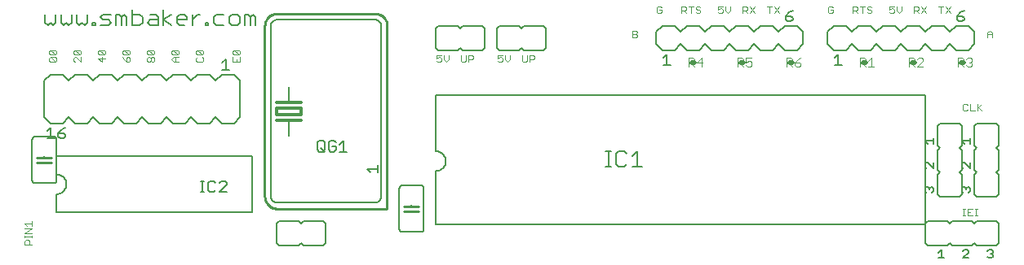
<source format=gto>
G75*
%MOIN*%
%OFA0B0*%
%FSLAX24Y24*%
%IPPOS*%
%LPD*%
%AMOC8*
5,1,8,0,0,1.08239X$1,22.5*
%
%ADD10C,0.0030*%
%ADD11C,0.0060*%
%ADD12C,0.0050*%
%ADD13C,0.0200*%
%ADD14C,0.0040*%
%ADD15C,0.0100*%
%ADD16C,0.0120*%
D10*
X000375Y002195D02*
X000375Y002340D01*
X000423Y002388D01*
X000520Y002388D01*
X000568Y002340D01*
X000568Y002195D01*
X000665Y002195D02*
X000375Y002195D01*
X000375Y002490D02*
X000375Y002586D01*
X000375Y002538D02*
X000665Y002538D01*
X000665Y002490D02*
X000665Y002586D01*
X000665Y002686D02*
X000375Y002686D01*
X000665Y002880D01*
X000375Y002880D01*
X000472Y002981D02*
X000375Y003077D01*
X000665Y003077D01*
X000665Y002981D02*
X000665Y003174D01*
X001423Y009695D02*
X001375Y009743D01*
X001375Y009840D01*
X001423Y009888D01*
X001617Y009695D01*
X001665Y009743D01*
X001665Y009840D01*
X001617Y009888D01*
X001423Y009888D01*
X001423Y009990D02*
X001375Y010038D01*
X001375Y010135D01*
X001423Y010183D01*
X001617Y009990D01*
X001665Y010038D01*
X001665Y010135D01*
X001617Y010183D01*
X001423Y010183D01*
X001423Y009990D02*
X001617Y009990D01*
X001617Y009695D02*
X001423Y009695D01*
X002375Y009743D02*
X002423Y009695D01*
X002375Y009743D02*
X002375Y009840D01*
X002423Y009888D01*
X002472Y009888D01*
X002665Y009695D01*
X002665Y009888D01*
X002617Y009990D02*
X002423Y010183D01*
X002617Y010183D01*
X002665Y010135D01*
X002665Y010038D01*
X002617Y009990D01*
X002423Y009990D01*
X002375Y010038D01*
X002375Y010135D01*
X002423Y010183D01*
X003375Y010135D02*
X003423Y010183D01*
X003617Y009990D01*
X003665Y010038D01*
X003665Y010135D01*
X003617Y010183D01*
X003423Y010183D01*
X003375Y010135D02*
X003375Y010038D01*
X003423Y009990D01*
X003617Y009990D01*
X003520Y009888D02*
X003520Y009695D01*
X003375Y009840D01*
X003665Y009840D01*
X004375Y009888D02*
X004423Y009792D01*
X004520Y009695D01*
X004520Y009840D01*
X004568Y009888D01*
X004617Y009888D01*
X004665Y009840D01*
X004665Y009743D01*
X004617Y009695D01*
X004520Y009695D01*
X004617Y009990D02*
X004423Y009990D01*
X004375Y010038D01*
X004375Y010135D01*
X004423Y010183D01*
X004617Y009990D01*
X004665Y010038D01*
X004665Y010135D01*
X004617Y010183D01*
X004423Y010183D01*
X005375Y010135D02*
X005423Y010183D01*
X005617Y009990D01*
X005665Y010038D01*
X005665Y010135D01*
X005617Y010183D01*
X005423Y010183D01*
X005375Y010135D02*
X005375Y010038D01*
X005423Y009990D01*
X005617Y009990D01*
X005617Y009888D02*
X005665Y009840D01*
X005665Y009743D01*
X005617Y009695D01*
X005568Y009695D01*
X005520Y009743D01*
X005520Y009840D01*
X005568Y009888D01*
X005617Y009888D01*
X005520Y009840D02*
X005472Y009888D01*
X005423Y009888D01*
X005375Y009840D01*
X005375Y009743D01*
X005423Y009695D01*
X005472Y009695D01*
X005520Y009743D01*
X006375Y009792D02*
X006472Y009888D01*
X006665Y009888D01*
X006617Y009990D02*
X006423Y010183D01*
X006617Y010183D01*
X006665Y010135D01*
X006665Y010038D01*
X006617Y009990D01*
X006423Y009990D01*
X006375Y010038D01*
X006375Y010135D01*
X006423Y010183D01*
X006520Y009888D02*
X006520Y009695D01*
X006472Y009695D02*
X006375Y009792D01*
X006472Y009695D02*
X006665Y009695D01*
X007375Y009743D02*
X007423Y009695D01*
X007617Y009695D01*
X007665Y009743D01*
X007665Y009840D01*
X007617Y009888D01*
X007617Y009990D02*
X007423Y010183D01*
X007617Y010183D01*
X007665Y010135D01*
X007665Y010038D01*
X007617Y009990D01*
X007423Y009990D01*
X007375Y010038D01*
X007375Y010135D01*
X007423Y010183D01*
X007423Y009888D02*
X007375Y009840D01*
X007375Y009743D01*
X008875Y009695D02*
X009165Y009695D01*
X009165Y009888D01*
X009117Y009990D02*
X008923Y010183D01*
X009117Y010183D01*
X009165Y010135D01*
X009165Y010038D01*
X009117Y009990D01*
X008923Y009990D01*
X008875Y010038D01*
X008875Y010135D01*
X008923Y010183D01*
X008875Y009888D02*
X008875Y009695D01*
X009020Y009695D02*
X009020Y009792D01*
X017195Y009840D02*
X017292Y009888D01*
X017340Y009888D01*
X017388Y009840D01*
X017388Y009743D01*
X017340Y009695D01*
X017243Y009695D01*
X017195Y009743D01*
X017195Y009840D02*
X017195Y009985D01*
X017388Y009985D01*
X017490Y009985D02*
X017490Y009792D01*
X017586Y009695D01*
X017683Y009792D01*
X017683Y009985D01*
X018195Y009985D02*
X018195Y009743D01*
X018243Y009695D01*
X018340Y009695D01*
X018388Y009743D01*
X018388Y009985D01*
X018490Y009985D02*
X018635Y009985D01*
X018683Y009937D01*
X018683Y009840D01*
X018635Y009792D01*
X018490Y009792D01*
X018490Y009695D02*
X018490Y009985D01*
X019695Y009985D02*
X019695Y009840D01*
X019792Y009888D01*
X019840Y009888D01*
X019888Y009840D01*
X019888Y009743D01*
X019840Y009695D01*
X019743Y009695D01*
X019695Y009743D01*
X019990Y009792D02*
X020086Y009695D01*
X020183Y009792D01*
X020183Y009985D01*
X019990Y009985D02*
X019990Y009792D01*
X019888Y009985D02*
X019695Y009985D01*
X020695Y009985D02*
X020695Y009743D01*
X020743Y009695D01*
X020840Y009695D01*
X020888Y009743D01*
X020888Y009985D01*
X020990Y009985D02*
X021135Y009985D01*
X021183Y009937D01*
X021183Y009840D01*
X021135Y009792D01*
X020990Y009792D01*
X020990Y009695D02*
X020990Y009985D01*
X025195Y010695D02*
X025340Y010695D01*
X025388Y010743D01*
X025388Y010792D01*
X025340Y010840D01*
X025195Y010840D01*
X025195Y010695D02*
X025195Y010985D01*
X025340Y010985D01*
X025388Y010937D01*
X025388Y010888D01*
X025340Y010840D01*
X026243Y011695D02*
X026340Y011695D01*
X026388Y011743D01*
X026388Y011840D01*
X026292Y011840D01*
X026388Y011937D02*
X026340Y011985D01*
X026243Y011985D01*
X026195Y011937D01*
X026195Y011743D01*
X026243Y011695D01*
X027195Y011695D02*
X027195Y011985D01*
X027340Y011985D01*
X027388Y011937D01*
X027388Y011840D01*
X027340Y011792D01*
X027195Y011792D01*
X027292Y011792D02*
X027388Y011695D01*
X027586Y011695D02*
X027586Y011985D01*
X027490Y011985D02*
X027683Y011985D01*
X027784Y011937D02*
X027784Y011888D01*
X027833Y011840D01*
X027929Y011840D01*
X027978Y011792D01*
X027978Y011743D01*
X027929Y011695D01*
X027833Y011695D01*
X027784Y011743D01*
X027784Y011937D02*
X027833Y011985D01*
X027929Y011985D01*
X027978Y011937D01*
X028695Y011985D02*
X028695Y011840D01*
X028792Y011888D01*
X028840Y011888D01*
X028888Y011840D01*
X028888Y011743D01*
X028840Y011695D01*
X028743Y011695D01*
X028695Y011743D01*
X028695Y011985D02*
X028888Y011985D01*
X028990Y011985D02*
X028990Y011792D01*
X029086Y011695D01*
X029183Y011792D01*
X029183Y011985D01*
X029695Y011985D02*
X029840Y011985D01*
X029888Y011937D01*
X029888Y011840D01*
X029840Y011792D01*
X029695Y011792D01*
X029792Y011792D02*
X029888Y011695D01*
X029990Y011695D02*
X030183Y011985D01*
X029990Y011985D02*
X030183Y011695D01*
X029695Y011695D02*
X029695Y011985D01*
X030695Y011985D02*
X030888Y011985D01*
X030792Y011985D02*
X030792Y011695D01*
X030990Y011695D02*
X031183Y011985D01*
X030990Y011985D02*
X031183Y011695D01*
X033195Y011743D02*
X033243Y011695D01*
X033340Y011695D01*
X033388Y011743D01*
X033388Y011840D01*
X033292Y011840D01*
X033388Y011937D02*
X033340Y011985D01*
X033243Y011985D01*
X033195Y011937D01*
X033195Y011743D01*
X034195Y011695D02*
X034195Y011985D01*
X034340Y011985D01*
X034388Y011937D01*
X034388Y011840D01*
X034340Y011792D01*
X034195Y011792D01*
X034292Y011792D02*
X034388Y011695D01*
X034586Y011695D02*
X034586Y011985D01*
X034490Y011985D02*
X034683Y011985D01*
X034784Y011937D02*
X034784Y011888D01*
X034833Y011840D01*
X034929Y011840D01*
X034978Y011792D01*
X034978Y011743D01*
X034929Y011695D01*
X034833Y011695D01*
X034784Y011743D01*
X034784Y011937D02*
X034833Y011985D01*
X034929Y011985D01*
X034978Y011937D01*
X035695Y011985D02*
X035695Y011840D01*
X035792Y011888D01*
X035840Y011888D01*
X035888Y011840D01*
X035888Y011743D01*
X035840Y011695D01*
X035743Y011695D01*
X035695Y011743D01*
X035695Y011985D02*
X035888Y011985D01*
X035990Y011985D02*
X035990Y011792D01*
X036086Y011695D01*
X036183Y011792D01*
X036183Y011985D01*
X036695Y011985D02*
X036840Y011985D01*
X036888Y011937D01*
X036888Y011840D01*
X036840Y011792D01*
X036695Y011792D01*
X036792Y011792D02*
X036888Y011695D01*
X036990Y011695D02*
X037183Y011985D01*
X036990Y011985D02*
X037183Y011695D01*
X037792Y011695D02*
X037792Y011985D01*
X037888Y011985D02*
X037695Y011985D01*
X037990Y011985D02*
X038183Y011695D01*
X037990Y011695D02*
X038183Y011985D01*
X036695Y011985D02*
X036695Y011695D01*
X039695Y010888D02*
X039695Y010695D01*
X039695Y010840D02*
X039888Y010840D01*
X039888Y010888D02*
X039888Y010695D01*
X039888Y010888D02*
X039792Y010985D01*
X039695Y010888D01*
X039478Y007985D02*
X039284Y007792D01*
X039333Y007840D02*
X039478Y007695D01*
X039284Y007695D02*
X039284Y007985D01*
X038990Y007985D02*
X038990Y007695D01*
X039183Y007695D01*
X038888Y007743D02*
X038840Y007695D01*
X038743Y007695D01*
X038695Y007743D01*
X038695Y007937D01*
X038743Y007985D01*
X038840Y007985D01*
X038888Y007937D01*
X038891Y003685D02*
X038891Y003395D01*
X039085Y003395D01*
X039186Y003395D02*
X039283Y003395D01*
X039234Y003395D02*
X039234Y003685D01*
X039186Y003685D02*
X039283Y003685D01*
X039085Y003685D02*
X038891Y003685D01*
X038792Y003685D02*
X038695Y003685D01*
X038743Y003685D02*
X038743Y003395D01*
X038695Y003395D02*
X038792Y003395D01*
X038891Y003540D02*
X038988Y003540D01*
D11*
X039080Y003180D02*
X038280Y003180D01*
X038180Y003080D01*
X038080Y003180D01*
X037280Y003180D01*
X037180Y003080D01*
X037180Y002280D01*
X037280Y002180D01*
X038080Y002180D01*
X038180Y002280D01*
X038280Y002180D01*
X039080Y002180D01*
X039180Y002280D01*
X039280Y002180D01*
X040080Y002180D01*
X040180Y002280D01*
X040180Y003080D01*
X040080Y003180D01*
X039280Y003180D01*
X039180Y003080D01*
X039080Y003180D01*
X037180Y003030D02*
X037180Y008330D01*
X017180Y008330D01*
X017180Y006030D01*
X017219Y006028D01*
X017258Y006022D01*
X017296Y006013D01*
X017333Y006000D01*
X017369Y005983D01*
X017402Y005963D01*
X017434Y005939D01*
X017463Y005913D01*
X017489Y005884D01*
X017513Y005852D01*
X017533Y005819D01*
X017550Y005783D01*
X017563Y005746D01*
X017572Y005708D01*
X017578Y005669D01*
X017580Y005630D01*
X017578Y005591D01*
X017572Y005552D01*
X017563Y005514D01*
X017550Y005477D01*
X017533Y005441D01*
X017513Y005408D01*
X017489Y005376D01*
X017463Y005347D01*
X017434Y005321D01*
X017402Y005297D01*
X017369Y005277D01*
X017333Y005260D01*
X017296Y005247D01*
X017258Y005238D01*
X017219Y005232D01*
X017180Y005230D01*
X017180Y003030D01*
X037180Y003030D01*
X037780Y004180D02*
X038580Y004180D01*
X038680Y004280D01*
X038680Y005080D01*
X038580Y005180D01*
X038680Y005280D01*
X038680Y006080D01*
X038580Y006180D01*
X038680Y006280D01*
X038680Y007080D01*
X038580Y007180D01*
X037780Y007180D01*
X037680Y007080D01*
X037680Y006280D01*
X037780Y006180D01*
X037680Y006080D01*
X037680Y005280D01*
X037780Y005180D01*
X037680Y005080D01*
X037680Y004280D01*
X037780Y004180D01*
X039180Y004280D02*
X039280Y004180D01*
X040080Y004180D01*
X040180Y004280D01*
X040180Y005080D01*
X040080Y005180D01*
X040180Y005280D01*
X040180Y006080D01*
X040080Y006180D01*
X040180Y006280D01*
X040180Y007080D01*
X040080Y007180D01*
X039280Y007180D01*
X039180Y007080D01*
X039180Y006280D01*
X039280Y006180D01*
X039180Y006080D01*
X039180Y005280D01*
X039280Y005180D01*
X039180Y005080D01*
X039180Y004280D01*
X025611Y005410D02*
X025184Y005410D01*
X025398Y005410D02*
X025398Y006051D01*
X025184Y005837D01*
X024967Y005944D02*
X024860Y006051D01*
X024646Y006051D01*
X024540Y005944D01*
X024540Y005517D01*
X024646Y005410D01*
X024860Y005410D01*
X024967Y005517D01*
X024324Y005410D02*
X024110Y005410D01*
X024217Y005410D02*
X024217Y006051D01*
X024110Y006051D02*
X024324Y006051D01*
X016680Y004530D02*
X016680Y002830D01*
X016678Y002813D01*
X016674Y002796D01*
X016667Y002780D01*
X016657Y002766D01*
X016644Y002753D01*
X016630Y002743D01*
X016614Y002736D01*
X016597Y002732D01*
X016580Y002730D01*
X015780Y002730D01*
X015763Y002732D01*
X015746Y002736D01*
X015730Y002743D01*
X015716Y002753D01*
X015703Y002766D01*
X015693Y002780D01*
X015686Y002796D01*
X015682Y002813D01*
X015680Y002830D01*
X015680Y004530D01*
X015682Y004547D01*
X015686Y004564D01*
X015693Y004580D01*
X015703Y004594D01*
X015716Y004607D01*
X015730Y004617D01*
X015746Y004624D01*
X015763Y004628D01*
X015780Y004630D01*
X016580Y004630D01*
X016597Y004628D01*
X016614Y004624D01*
X016630Y004617D01*
X016644Y004607D01*
X016657Y004594D01*
X016667Y004580D01*
X016674Y004564D01*
X016678Y004547D01*
X016680Y004530D01*
X014930Y004180D02*
X014930Y011180D01*
X014928Y011210D01*
X014923Y011240D01*
X014914Y011269D01*
X014901Y011296D01*
X014886Y011322D01*
X014867Y011346D01*
X014846Y011367D01*
X014822Y011386D01*
X014796Y011401D01*
X014769Y011414D01*
X014740Y011423D01*
X014710Y011428D01*
X014680Y011430D01*
X010680Y011430D01*
X010650Y011428D01*
X010620Y011423D01*
X010591Y011414D01*
X010564Y011401D01*
X010538Y011386D01*
X010514Y011367D01*
X010493Y011346D01*
X010474Y011322D01*
X010459Y011296D01*
X010446Y011269D01*
X010437Y011240D01*
X010432Y011210D01*
X010430Y011180D01*
X010430Y004180D01*
X010432Y004150D01*
X010437Y004120D01*
X010446Y004091D01*
X010459Y004064D01*
X010474Y004038D01*
X010493Y004014D01*
X010514Y003993D01*
X010538Y003974D01*
X010564Y003959D01*
X010591Y003946D01*
X010620Y003937D01*
X010650Y003932D01*
X010680Y003930D01*
X014680Y003930D01*
X014710Y003932D01*
X014740Y003937D01*
X014769Y003946D01*
X014796Y003959D01*
X014822Y003974D01*
X014846Y003993D01*
X014867Y004014D01*
X014886Y004038D01*
X014901Y004064D01*
X014914Y004091D01*
X014923Y004120D01*
X014928Y004150D01*
X014930Y004180D01*
X016180Y003830D02*
X016180Y003780D01*
X016180Y003580D02*
X016180Y003530D01*
X012680Y003080D02*
X012580Y003180D01*
X011780Y003180D01*
X011680Y003080D01*
X011580Y003180D01*
X010780Y003180D01*
X010680Y003080D01*
X010680Y002280D01*
X010780Y002180D01*
X011580Y002180D01*
X011680Y002280D01*
X011780Y002180D01*
X012580Y002180D01*
X012680Y002280D01*
X012680Y003080D01*
X009680Y003530D02*
X009680Y005830D01*
X001680Y005830D01*
X001680Y005080D01*
X001680Y004830D02*
X001680Y006530D01*
X001678Y006547D01*
X001674Y006564D01*
X001667Y006580D01*
X001657Y006594D01*
X001644Y006607D01*
X001630Y006617D01*
X001614Y006624D01*
X001597Y006628D01*
X001580Y006630D01*
X000780Y006630D01*
X000763Y006628D01*
X000746Y006624D01*
X000730Y006617D01*
X000716Y006607D01*
X000703Y006594D01*
X000693Y006580D01*
X000686Y006564D01*
X000682Y006547D01*
X000680Y006530D01*
X000680Y004830D01*
X000682Y004813D01*
X000686Y004796D01*
X000693Y004780D01*
X000703Y004766D01*
X000716Y004753D01*
X000730Y004743D01*
X000746Y004736D01*
X000763Y004732D01*
X000780Y004730D01*
X001580Y004730D01*
X001597Y004732D01*
X001614Y004736D01*
X001630Y004743D01*
X001644Y004753D01*
X001657Y004766D01*
X001667Y004780D01*
X001674Y004796D01*
X001678Y004813D01*
X001680Y004830D01*
X001680Y005080D02*
X001719Y005078D01*
X001758Y005072D01*
X001796Y005063D01*
X001833Y005050D01*
X001869Y005033D01*
X001902Y005013D01*
X001934Y004989D01*
X001963Y004963D01*
X001989Y004934D01*
X002013Y004902D01*
X002033Y004869D01*
X002050Y004833D01*
X002063Y004796D01*
X002072Y004758D01*
X002078Y004719D01*
X002080Y004680D01*
X002078Y004641D01*
X002072Y004602D01*
X002063Y004564D01*
X002050Y004527D01*
X002033Y004491D01*
X002013Y004458D01*
X001989Y004426D01*
X001963Y004397D01*
X001934Y004371D01*
X001902Y004347D01*
X001869Y004327D01*
X001833Y004310D01*
X001796Y004297D01*
X001758Y004288D01*
X001719Y004282D01*
X001680Y004280D01*
X001680Y003530D01*
X009680Y003530D01*
X001180Y005530D02*
X001180Y005580D01*
X001180Y005780D02*
X001180Y005830D01*
X001430Y007180D02*
X001180Y007430D01*
X001180Y008930D01*
X001430Y009180D01*
X001930Y009180D01*
X002180Y008930D01*
X002430Y009180D01*
X002930Y009180D01*
X003180Y008930D01*
X003430Y009180D01*
X003930Y009180D01*
X004180Y008930D01*
X004430Y009180D01*
X004930Y009180D01*
X005180Y008930D01*
X005430Y009180D01*
X005930Y009180D01*
X006180Y008930D01*
X006430Y009180D01*
X006930Y009180D01*
X007180Y008930D01*
X007430Y009180D01*
X007930Y009180D01*
X008180Y008930D01*
X008430Y009180D01*
X008930Y009180D01*
X009180Y008930D01*
X009180Y007430D01*
X008930Y007180D01*
X008430Y007180D01*
X008180Y007430D01*
X007930Y007180D01*
X007430Y007180D01*
X007180Y007430D01*
X006930Y007180D01*
X006430Y007180D01*
X006180Y007430D01*
X005930Y007180D01*
X005430Y007180D01*
X005180Y007430D01*
X004930Y007180D01*
X004430Y007180D01*
X004180Y007430D01*
X003930Y007180D01*
X003430Y007180D01*
X003180Y007430D01*
X002930Y007180D01*
X002430Y007180D01*
X002180Y007430D01*
X001930Y007180D01*
X001430Y007180D01*
X011180Y007310D02*
X011180Y006680D01*
X011180Y008050D02*
X011180Y008680D01*
X017180Y010280D02*
X017280Y010180D01*
X018080Y010180D01*
X018180Y010280D01*
X018280Y010180D01*
X019080Y010180D01*
X019180Y010280D01*
X019180Y011080D01*
X019080Y011180D01*
X018280Y011180D01*
X018180Y011080D01*
X018080Y011180D01*
X017280Y011180D01*
X017180Y011080D01*
X017180Y010280D01*
X019680Y010280D02*
X019680Y011080D01*
X019780Y011180D01*
X020580Y011180D01*
X020680Y011080D01*
X020780Y011180D01*
X021580Y011180D01*
X021680Y011080D01*
X021680Y010280D01*
X021580Y010180D01*
X020780Y010180D01*
X020680Y010280D01*
X020580Y010180D01*
X019780Y010180D01*
X019680Y010280D01*
X026180Y010430D02*
X026430Y010180D01*
X026930Y010180D01*
X027180Y010430D01*
X027430Y010180D01*
X027930Y010180D01*
X028180Y010430D01*
X028430Y010180D01*
X028930Y010180D01*
X029180Y010430D01*
X029430Y010180D01*
X029930Y010180D01*
X030180Y010430D01*
X030430Y010180D01*
X030930Y010180D01*
X031180Y010430D01*
X031430Y010180D01*
X031930Y010180D01*
X032180Y010430D01*
X032180Y010930D01*
X031930Y011180D01*
X031430Y011180D01*
X031180Y010930D01*
X030930Y011180D01*
X030430Y011180D01*
X030180Y010930D01*
X029930Y011180D01*
X029430Y011180D01*
X029180Y010930D01*
X028930Y011180D01*
X028430Y011180D01*
X028180Y010930D01*
X027930Y011180D01*
X027430Y011180D01*
X027180Y010930D01*
X026930Y011180D01*
X026430Y011180D01*
X026180Y010930D01*
X026180Y010430D01*
X033180Y010430D02*
X033430Y010180D01*
X033930Y010180D01*
X034180Y010430D01*
X034430Y010180D01*
X034930Y010180D01*
X035180Y010430D01*
X035430Y010180D01*
X035930Y010180D01*
X036180Y010430D01*
X036430Y010180D01*
X036930Y010180D01*
X037180Y010430D01*
X037430Y010180D01*
X037930Y010180D01*
X038180Y010430D01*
X038430Y010180D01*
X038930Y010180D01*
X039180Y010430D01*
X039180Y010930D01*
X038930Y011180D01*
X038430Y011180D01*
X038180Y010930D01*
X037930Y011180D01*
X037430Y011180D01*
X037180Y010930D01*
X036930Y011180D01*
X036430Y011180D01*
X036180Y010930D01*
X035930Y011180D01*
X035430Y011180D01*
X035180Y010930D01*
X034930Y011180D01*
X034430Y011180D01*
X034180Y010930D01*
X033930Y011180D01*
X033430Y011180D01*
X033180Y010930D01*
X033180Y010430D01*
X009801Y011210D02*
X009801Y011530D01*
X009695Y011637D01*
X009588Y011530D01*
X009588Y011210D01*
X009374Y011210D02*
X009374Y011637D01*
X009481Y011637D01*
X009588Y011530D01*
X009157Y011530D02*
X009050Y011637D01*
X008837Y011637D01*
X008730Y011530D01*
X008730Y011317D01*
X008837Y011210D01*
X009050Y011210D01*
X009157Y011317D01*
X009157Y011530D01*
X008512Y011637D02*
X008192Y011637D01*
X008085Y011530D01*
X008085Y011317D01*
X008192Y011210D01*
X008512Y011210D01*
X007870Y011210D02*
X007870Y011317D01*
X007763Y011317D01*
X007763Y011210D01*
X007870Y011210D01*
X007439Y011637D02*
X007226Y011424D01*
X007008Y011424D02*
X006581Y011424D01*
X006581Y011530D02*
X006581Y011317D01*
X006688Y011210D01*
X006902Y011210D01*
X007226Y011210D02*
X007226Y011637D01*
X007439Y011637D02*
X007546Y011637D01*
X007008Y011530D02*
X007008Y011424D01*
X007008Y011530D02*
X006902Y011637D01*
X006688Y011637D01*
X006581Y011530D01*
X006364Y011637D02*
X006044Y011424D01*
X006364Y011210D01*
X006044Y011210D02*
X006044Y011851D01*
X005827Y011530D02*
X005720Y011637D01*
X005506Y011637D01*
X005827Y011530D02*
X005827Y011210D01*
X005506Y011210D01*
X005400Y011317D01*
X005506Y011424D01*
X005827Y011424D01*
X005182Y011530D02*
X005075Y011637D01*
X004755Y011637D01*
X004755Y011851D02*
X004755Y011210D01*
X005075Y011210D01*
X005182Y011317D01*
X005182Y011530D01*
X004538Y011530D02*
X004538Y011210D01*
X004324Y011210D02*
X004324Y011530D01*
X004431Y011637D01*
X004538Y011530D01*
X004324Y011530D02*
X004217Y011637D01*
X004110Y011637D01*
X004110Y011210D01*
X003893Y011317D02*
X003786Y011424D01*
X003573Y011424D01*
X003466Y011530D01*
X003573Y011637D01*
X003893Y011637D01*
X002926Y011637D02*
X002926Y011317D01*
X002819Y011210D01*
X002713Y011317D01*
X002606Y011210D01*
X002499Y011317D01*
X002499Y011637D01*
X002282Y011637D02*
X002282Y011317D01*
X002175Y011210D01*
X002068Y011317D01*
X001961Y011210D01*
X001855Y011317D01*
X001855Y011637D01*
X001637Y011637D02*
X001637Y011317D01*
X001530Y011210D01*
X001424Y011317D01*
X001317Y011210D01*
X001210Y011317D01*
X001210Y011637D01*
X003144Y011317D02*
X003144Y011210D01*
X003250Y011210D01*
X003250Y011317D01*
X003144Y011317D01*
X003466Y011210D02*
X003786Y011210D01*
X003893Y011317D01*
D12*
X008445Y009655D02*
X008595Y009805D01*
X008595Y009355D01*
X008445Y009355D02*
X008745Y009355D01*
X002045Y007005D02*
X001895Y006930D01*
X001745Y006780D01*
X001970Y006780D01*
X002045Y006705D01*
X002045Y006630D01*
X001970Y006555D01*
X001820Y006555D01*
X001745Y006630D01*
X001745Y006780D01*
X001584Y006555D02*
X001284Y006555D01*
X001434Y006555D02*
X001434Y007005D01*
X001284Y006855D01*
X007555Y004805D02*
X007705Y004805D01*
X007630Y004805D02*
X007630Y004355D01*
X007555Y004355D02*
X007705Y004355D01*
X007862Y004430D02*
X007937Y004355D01*
X008087Y004355D01*
X008162Y004430D01*
X008322Y004355D02*
X008623Y004655D01*
X008623Y004730D01*
X008548Y004805D01*
X008397Y004805D01*
X008322Y004730D01*
X008162Y004730D02*
X008087Y004805D01*
X007937Y004805D01*
X007862Y004730D01*
X007862Y004430D01*
X008322Y004355D02*
X008623Y004355D01*
X012324Y006090D02*
X012399Y006015D01*
X012549Y006015D01*
X012624Y006090D01*
X012624Y006390D01*
X012549Y006465D01*
X012399Y006465D01*
X012324Y006390D01*
X012324Y006090D01*
X012474Y006165D02*
X012624Y006015D01*
X012784Y006090D02*
X012859Y006015D01*
X013009Y006015D01*
X013084Y006090D01*
X013084Y006240D01*
X012934Y006240D01*
X012784Y006390D02*
X012784Y006090D01*
X013245Y006015D02*
X013545Y006015D01*
X013395Y006015D02*
X013395Y006465D01*
X013245Y006315D01*
X013084Y006390D02*
X013009Y006465D01*
X012859Y006465D01*
X012784Y006390D01*
X014805Y005455D02*
X014805Y005155D01*
X014805Y005305D02*
X014355Y005305D01*
X014505Y005155D01*
X026455Y009555D02*
X026755Y009555D01*
X026605Y009555D02*
X026605Y010005D01*
X026455Y009855D01*
X031455Y011430D02*
X031530Y011355D01*
X031680Y011355D01*
X031755Y011430D01*
X031755Y011505D01*
X031680Y011580D01*
X031455Y011580D01*
X031455Y011430D01*
X031455Y011580D02*
X031605Y011730D01*
X031755Y011805D01*
X033605Y010005D02*
X033605Y009555D01*
X033455Y009555D02*
X033755Y009555D01*
X033455Y009855D02*
X033605Y010005D01*
X038455Y011430D02*
X038530Y011355D01*
X038680Y011355D01*
X038755Y011430D01*
X038755Y011505D01*
X038680Y011580D01*
X038455Y011580D01*
X038455Y011430D01*
X038455Y011580D02*
X038605Y011730D01*
X038755Y011805D01*
X038995Y006573D02*
X038995Y006346D01*
X038995Y006459D02*
X038655Y006459D01*
X038768Y006346D01*
X037495Y006346D02*
X037495Y006573D01*
X037495Y006459D02*
X037155Y006459D01*
X037268Y006346D01*
X037268Y005573D02*
X037211Y005573D01*
X037155Y005516D01*
X037155Y005403D01*
X037211Y005346D01*
X037268Y005573D02*
X037495Y005346D01*
X037495Y005573D01*
X038655Y005516D02*
X038655Y005403D01*
X038711Y005346D01*
X038655Y005516D02*
X038711Y005573D01*
X038768Y005573D01*
X038995Y005346D01*
X038995Y005573D01*
X038938Y004573D02*
X038995Y004516D01*
X038995Y004403D01*
X038938Y004346D01*
X038825Y004459D02*
X038825Y004516D01*
X038882Y004573D01*
X038938Y004573D01*
X038825Y004516D02*
X038768Y004573D01*
X038711Y004573D01*
X038655Y004516D01*
X038655Y004403D01*
X038711Y004346D01*
X037495Y004403D02*
X037438Y004346D01*
X037495Y004403D02*
X037495Y004516D01*
X037438Y004573D01*
X037382Y004573D01*
X037325Y004516D01*
X037325Y004459D01*
X037325Y004516D02*
X037268Y004573D01*
X037211Y004573D01*
X037155Y004516D01*
X037155Y004403D01*
X037211Y004346D01*
X037818Y001995D02*
X037818Y001655D01*
X037705Y001655D02*
X037932Y001655D01*
X037705Y001882D02*
X037818Y001995D01*
X038705Y001939D02*
X038762Y001995D01*
X038875Y001995D01*
X038932Y001939D01*
X038932Y001882D01*
X038705Y001655D01*
X038932Y001655D01*
X039705Y001712D02*
X039762Y001655D01*
X039875Y001655D01*
X039932Y001712D01*
X039932Y001768D01*
X039875Y001825D01*
X039818Y001825D01*
X039875Y001825D02*
X039932Y001882D01*
X039932Y001939D01*
X039875Y001995D01*
X039762Y001995D01*
X039705Y001939D01*
D13*
X038730Y009680D02*
X038630Y009680D01*
X036730Y009680D02*
X036630Y009680D01*
X034730Y009680D02*
X034630Y009680D01*
X031730Y009680D02*
X031630Y009680D01*
X029730Y009680D02*
X029630Y009680D01*
X027730Y009680D02*
X027630Y009680D01*
D14*
X027657Y009627D02*
X027715Y009685D01*
X027715Y009802D01*
X027657Y009860D01*
X027482Y009860D01*
X027482Y009510D01*
X027482Y009627D02*
X027657Y009627D01*
X027599Y009627D02*
X027715Y009510D01*
X028016Y009510D02*
X028016Y009860D01*
X027841Y009685D01*
X028074Y009685D01*
X029482Y009627D02*
X029657Y009627D01*
X029715Y009685D01*
X029715Y009802D01*
X029657Y009860D01*
X029482Y009860D01*
X029482Y009510D01*
X029599Y009627D02*
X029715Y009510D01*
X029841Y009568D02*
X029899Y009510D01*
X030016Y009510D01*
X030074Y009568D01*
X030074Y009685D01*
X030016Y009744D01*
X029958Y009744D01*
X029841Y009685D01*
X029841Y009860D01*
X030074Y009860D01*
X031482Y009860D02*
X031482Y009510D01*
X031482Y009627D02*
X031657Y009627D01*
X031715Y009685D01*
X031715Y009802D01*
X031657Y009860D01*
X031482Y009860D01*
X031841Y009685D02*
X032016Y009685D01*
X032074Y009627D01*
X032074Y009568D01*
X032016Y009510D01*
X031899Y009510D01*
X031841Y009568D01*
X031841Y009685D01*
X031958Y009802D01*
X032074Y009860D01*
X031715Y009510D02*
X031599Y009627D01*
X034482Y009627D02*
X034657Y009627D01*
X034715Y009685D01*
X034715Y009802D01*
X034657Y009860D01*
X034482Y009860D01*
X034482Y009510D01*
X034599Y009627D02*
X034715Y009510D01*
X034841Y009510D02*
X035074Y009510D01*
X034958Y009510D02*
X034958Y009860D01*
X034841Y009744D01*
X036482Y009860D02*
X036482Y009510D01*
X036482Y009627D02*
X036657Y009627D01*
X036715Y009685D01*
X036715Y009802D01*
X036657Y009860D01*
X036482Y009860D01*
X036841Y009802D02*
X036899Y009860D01*
X037016Y009860D01*
X037074Y009802D01*
X037074Y009744D01*
X036841Y009510D01*
X037074Y009510D01*
X036715Y009510D02*
X036599Y009627D01*
X038482Y009627D02*
X038657Y009627D01*
X038715Y009685D01*
X038715Y009802D01*
X038657Y009860D01*
X038482Y009860D01*
X038482Y009510D01*
X038599Y009627D02*
X038715Y009510D01*
X038841Y009568D02*
X038899Y009510D01*
X039016Y009510D01*
X039074Y009568D01*
X039074Y009627D01*
X039016Y009685D01*
X038958Y009685D01*
X039016Y009685D02*
X039074Y009744D01*
X039074Y009802D01*
X039016Y009860D01*
X038899Y009860D01*
X038841Y009802D01*
D15*
X016480Y003780D02*
X016180Y003780D01*
X015880Y003780D01*
X015180Y003680D02*
X010680Y003680D01*
X010636Y003682D01*
X010593Y003688D01*
X010551Y003697D01*
X010509Y003710D01*
X010469Y003727D01*
X010430Y003747D01*
X010393Y003770D01*
X010359Y003797D01*
X010326Y003826D01*
X010297Y003859D01*
X010270Y003893D01*
X010247Y003930D01*
X010227Y003969D01*
X010210Y004009D01*
X010197Y004051D01*
X010188Y004093D01*
X010182Y004136D01*
X010180Y004180D01*
X010180Y011180D01*
X010182Y011224D01*
X010188Y011267D01*
X010197Y011309D01*
X010210Y011351D01*
X010227Y011391D01*
X010247Y011430D01*
X010270Y011467D01*
X010297Y011501D01*
X010326Y011534D01*
X010359Y011563D01*
X010393Y011590D01*
X010430Y011613D01*
X010469Y011633D01*
X010509Y011650D01*
X010551Y011663D01*
X010593Y011672D01*
X010636Y011678D01*
X010680Y011680D01*
X014680Y011680D01*
X014724Y011678D01*
X014767Y011672D01*
X014809Y011663D01*
X014851Y011650D01*
X014891Y011633D01*
X014930Y011613D01*
X014967Y011590D01*
X015001Y011563D01*
X015034Y011534D01*
X015063Y011501D01*
X015090Y011467D01*
X015113Y011430D01*
X015133Y011391D01*
X015150Y011351D01*
X015163Y011309D01*
X015172Y011267D01*
X015178Y011224D01*
X015180Y011180D01*
X015180Y003680D01*
X015880Y003580D02*
X016180Y003580D01*
X016480Y003580D01*
X001480Y005580D02*
X001180Y005580D01*
X000880Y005580D01*
X000880Y005780D02*
X001180Y005780D01*
X001480Y005780D01*
D16*
X010680Y007310D02*
X011180Y007310D01*
X011680Y007310D01*
X011680Y007550D02*
X010680Y007550D01*
X010680Y007800D01*
X011680Y007800D01*
X011680Y007550D01*
X011680Y008050D02*
X011180Y008050D01*
X010680Y008050D01*
M02*

</source>
